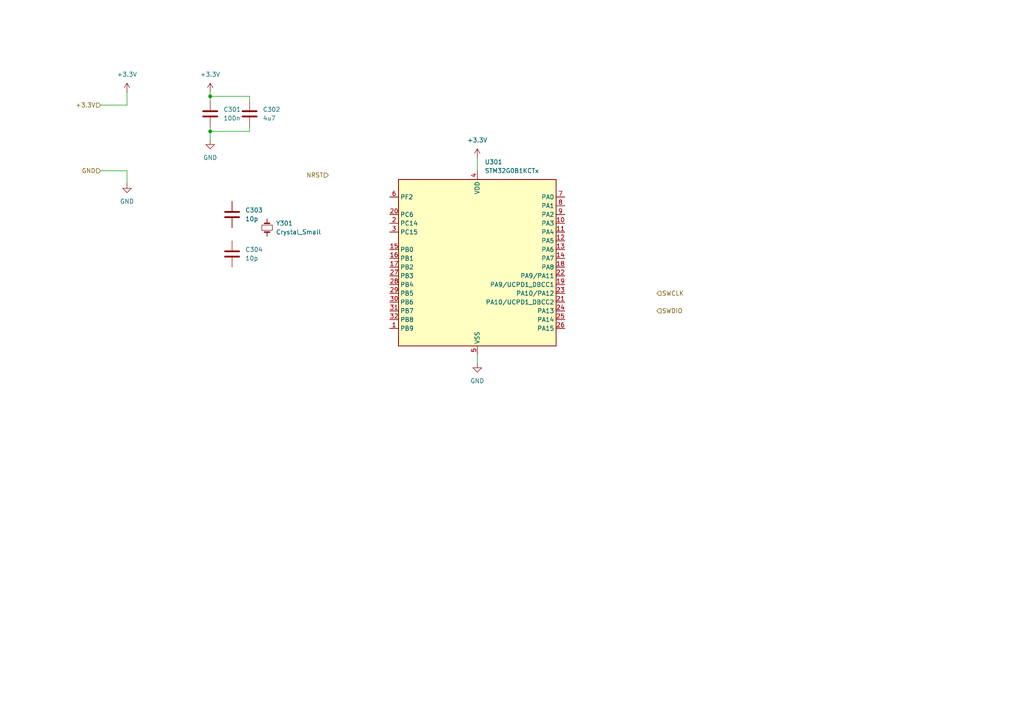
<source format=kicad_sch>
(kicad_sch (version 20250114) (generator "eeschema") (generator_version "9.0")
  (paper "A4")
  (lib_symbols
    (symbol "Device:C" (pin_numbers (hide yes)) (pin_names (offset 0.254))
      (property "Reference" "C" (at 0.635 2.54 0))
      (property "Value" "C" (at 0.635 -2.54 0))
      (symbol "C_0_1"
        (polyline (pts (xy -2.032 0.762) (xy 2.032 0.762)) (stroke (width 0.508)))
        (polyline (pts (xy -2.032 -0.762) (xy 2.032 -0.762)) (stroke (width 0.508)))
      )
      (symbol "C_1_1"
        (pin passive line (at 0 3.81 270) (length 2.794) (name "~") (number "1"))
        (pin passive line (at 0 -3.81 90) (length 2.794) (name "~") (number "2"))
      )
    )
    (symbol "Device:Crystal_Small" (pin_numbers (hide yes)) (pin_names (offset 1.016) (hide yes))
      (property "Reference" "Y" (at 0 2.54 0))
      (property "Value" "Crystal_Small" (at 0 -2.54 0))
      (symbol "Crystal_Small_0_1"
        (polyline (pts (xy -1.27 -0.762) (xy -1.27 0.762)) (stroke (width 0.381)))
        (rectangle (start -0.762 -1.524) (end 0.762 1.524))
        (polyline (pts (xy 1.27 -0.762) (xy 1.27 0.762)) (stroke (width 0.381)))
      )
      (symbol "Crystal_Small_1_1"
        (pin passive line (at -2.54 0 0) (length 1.27) (name "1") (number "1"))
        (pin passive line (at 2.54 0 180) (length 1.27) (name "2") (number "2"))
      )
    )
    (symbol "MCU_ST_STM32G0:STM32G0B1KCTx"
      (property "Reference" "U" (at -22.86 26.67 0))
      (property "Value" "STM32G0B1KCTx" (at 2.54 26.67 0))
      (symbol "STM32G0B1KCTx_0_1"
        (rectangle (start -22.86 -22.86) (end 22.86 25.4) (stroke (width 0.254)) (fill (type background)))
      )
      (symbol "STM32G0B1KCTx_1_1"
        (pin bidirectional line (at -25.4 20.32 0) (length 2.54) (name "PF2") (number "6"))
        (pin bidirectional line (at -25.4 15.24 0) (length 2.54) (name "PC6") (number "20"))
        (pin bidirectional line (at -25.4 12.7 0) (length 2.54) (name "PC14") (number "2"))
        (pin bidirectional line (at -25.4 10.16 0) (length 2.54) (name "PC15") (number "3"))
        (pin bidirectional line (at -25.4 5.08 0) (length 2.54) (name "PB0") (number "15"))
        (pin bidirectional line (at -25.4 2.54 0) (length 2.54) (name "PB1") (number "16"))
        (pin bidirectional line (at -25.4 0 0) (length 2.54) (name "PB2") (number "17"))
        (pin bidirectional line (at -25.4 -2.54 0) (length 2.54) (name "PB3") (number "27"))
        (pin bidirectional line (at -25.4 -5.08 0) (length 2.54) (name "PB4") (number "28"))
        (pin bidirectional line (at -25.4 -7.62 0) (length 2.54) (name "PB5") (number "29"))
        (pin bidirectional line (at -25.4 -10.16 0) (length 2.54) (name "PB6") (number "30"))
        (pin bidirectional line (at -25.4 -12.7 0) (length 2.54) (name "PB7") (number "31"))
        (pin bidirectional line (at -25.4 -15.24 0) (length 2.54) (name "PB8") (number "32"))
        (pin bidirectional line (at -25.4 -17.78 0) (length 2.54) (name "PB9") (number "1"))
        (pin power_in line (at 0 27.94 270) (length 2.54) (name "VDD") (number "4"))
        (pin power_in line (at 0 -25.4 90) (length 2.54) (name "VSS") (number "5"))
        (pin bidirectional line (at 25.4 20.32 180) (length 2.54) (name "PA0") (number "7"))
        (pin bidirectional line (at 25.4 17.78 180) (length 2.54) (name "PA1") (number "8"))
        (pin bidirectional line (at 25.4 15.24 180) (length 2.54) (name "PA2") (number "9"))
        (pin bidirectional line (at 25.4 12.7 180) (length 2.54) (name "PA3") (number "10"))
        (pin bidirectional line (at 25.4 10.16 180) (length 2.54) (name "PA4") (number "11"))
        (pin bidirectional line (at 25.4 7.62 180) (length 2.54) (name "PA5") (number "12"))
        (pin bidirectional line (at 25.4 5.08 180) (length 2.54) (name "PA6") (number "13"))
        (pin bidirectional line (at 25.4 2.54 180) (length 2.54) (name "PA7") (number "14"))
        (pin bidirectional line (at 25.4 0 180) (length 2.54) (name "PA8") (number "18"))
        (pin bidirectional line (at 25.4 -2.54 180) (length 2.54) (name "PA9/PA11") (number "22"))
        (pin bidirectional line (at 25.4 -5.08 180) (length 2.54) (name "PA9/UCPD1_DBCC1") (number "19"))
        (pin bidirectional line (at 25.4 -7.62 180) (length 2.54) (name "PA10/PA12") (number "23"))
        (pin bidirectional line (at 25.4 -10.16 180) (length 2.54) (name "PA10/UCPD1_DBCC2") (number "21"))
        (pin bidirectional line (at 25.4 -12.7 180) (length 2.54) (name "PA13") (number "24"))
        (pin bidirectional line (at 25.4 -15.24 180) (length 2.54) (name "PA14") (number "25"))
        (pin bidirectional line (at 25.4 -17.78 180) (length 2.54) (name "PA15") (number "26"))
      )
    )
    (symbol "power:+3.3V" (power) (pin_numbers (hide yes)) (pin_names (offset 0) (hide yes))
      (property "Value" "+3.3V" (at 0 3.556 0))
      (symbol "+3.3V_0_1"
        (polyline (pts (xy -0.762 1.27) (xy 0 2.54)))
        (polyline (pts (xy 0 2.54) (xy 0.762 1.27)))
        (polyline (pts (xy 0 0) (xy 0 2.54)))
      )
      (symbol "+3.3V_1_1"
        (pin power_in line (at 0 0 90) (length 0) (name "~") (number "1"))
      )
    )
    (symbol "power:GND" (power) (pin_numbers (hide yes)) (pin_names (offset 0) (hide yes))
      (property "Value" "GND" (at 0 -3.81 0))
      (symbol "GND_0_1"
        (polyline (pts (xy 0 0) (xy 0 -1.27) (xy 1.27 -1.27) (xy 0 -2.54) (xy -1.27 -1.27) (xy 0 -1.27)))
      )
      (symbol "GND_1_1"
        (pin power_in line (at 0 0 270) (length 0) (name "~") (number "1"))
      )
    )
  )
  (junction (at 60.96 27.94))
  (junction (at 60.96 38.1))
  (wire (pts (xy 72.39 38.1) (xy 60.96 38.1)))
  (wire (pts (xy 60.96 27.94) (xy 60.96 29.21)))
  (wire (pts (xy 60.96 38.1) (xy 60.96 40.64)))
  (wire (pts (xy 60.96 36.83) (xy 60.96 38.1)))
  (wire (pts (xy 72.39 29.21) (xy 72.39 27.94)))
  (wire (pts (xy 36.83 30.48) (xy 36.83 26.67)))
  (wire (pts (xy 36.83 49.53) (xy 36.83 53.34)))
  (wire (pts (xy 72.39 36.83) (xy 72.39 38.1)))
  (wire (pts (xy 138.43 45.72) (xy 138.43 49.53)))
  (wire (pts (xy 60.96 26.67) (xy 60.96 27.94)))
  (wire (pts (xy 138.43 102.87) (xy 138.43 105.41)))
  (wire (pts (xy 29.21 30.48) (xy 36.83 30.48)))
  (wire (pts (xy 29.21 49.53) (xy 36.83 49.53)))
  (wire (pts (xy 72.39 27.94) (xy 60.96 27.94)))
  (hierarchical_label "+3.3V" (shape input) (at 29.21 30.48 180))
  (hierarchical_label "SWDIO" (shape input) (at 190.5 90.17 0))
  (hierarchical_label "GND" (shape input) (at 29.21 49.53 180))
  (hierarchical_label "SWCLK" (shape input) (at 190.5 85.09 0))
  (hierarchical_label "NRST" (shape input) (at 95.25 50.8 180))
  (symbol (lib_id "Device:Crystal_Small") (at 77.47 66.04 90) (unit 1)
    (property "Reference" "Y301" (at 80.01 64.7699 90) (effects (justify right)))
    (property "Value" "Crystal_Small" (at 80.01 67.3099 90) (effects (justify right)))
    (property "Description" "Two pin crystal, small symbol" (effects (hide yes)))
  )
  (symbol (lib_id "Device:C") (at 72.39 33.02 0) (unit 1)
    (property "Reference" "C302" (at 76.2 31.7499 0) (effects (justify left)))
    (property "Value" "4u7" (at 76.2 34.2899 0) (effects (justify left)))
    (property "Footprint" "Capacitor_SMD:C_0603_1608Metric" (effects (hide yes)))
    (property "Description" "Unpolarized capacitor" (effects (hide yes)))
  )
  (symbol (lib_id "power:GND") (at 36.83 53.34 0) (unit 1)
    (property "Reference" "#PWR0301" (effects (hide yes)))
    (property "Value" "GND" (at 36.83 58.42 0))
    (property "Description" "Power symbol creates a global label with name \"GND\" , ground" (effects (hide yes)))
  )
  (symbol (lib_id "power:+3.3V") (at 138.43 45.72 0) (unit 1)
    (property "Reference" "#PWR0303" (effects (hide yes)))
    (property "Value" "+3.3V" (at 138.43 40.64 0))
    (property "Description" "Power symbol creates a global label with name \"+3.3V\"" (effects (hide yes)))
  )
  (symbol (lib_id "power:+3.3V") (at 60.96 26.67 0) (unit 1)
    (property "Reference" "#PWR0305" (effects (hide yes)))
    (property "Value" "+3.3V" (at 60.96 21.59 0))
    (property "Description" "Power symbol creates a global label with name \"+3.3V\"" (effects (hide yes)))
  )
  (symbol (lib_id "Device:C") (at 67.31 73.66 0) (unit 1)
    (property "Reference" "C304" (at 71.12 72.3899 0) (effects (justify left)))
    (property "Value" "10p" (at 71.12 74.9299 0) (effects (justify left)))
    (property "Footprint" "Capacitor_SMD:C_0603_1608Metric" (effects (hide yes)))
    (property "Description" "Unpolarized capacitor" (effects (hide yes)))
  )
  (symbol (lib_id "Device:C") (at 67.31 62.23 0) (unit 1)
    (property "Reference" "C303" (at 71.12 60.9599 0) (effects (justify left)))
    (property "Value" "10p" (at 71.12 63.4999 0) (effects (justify left)))
    (property "Footprint" "Capacitor_SMD:C_0603_1608Metric" (effects (hide yes)))
    (property "Description" "Unpolarized capacitor" (effects (hide yes)))
  )
  (symbol (lib_id "power:GND") (at 138.43 105.41 0) (unit 1)
    (property "Reference" "#PWR0304" (effects (hide yes)))
    (property "Value" "GND" (at 138.43 110.49 0))
    (property "Description" "Power symbol creates a global label with name \"GND\" , ground" (effects (hide yes)))
  )
  (symbol (lib_id "Device:C") (at 60.96 33.02 0) (unit 1)
    (property "Reference" "C301" (at 64.77 31.7499 0) (effects (justify left)))
    (property "Value" "100n" (at 64.77 34.2899 0) (effects (justify left)))
    (property "Footprint" "Capacitor_SMD:C_0603_1608Metric" (effects (hide yes)))
    (property "Description" "Unpolarized capacitor" (effects (hide yes)))
  )
  (symbol (lib_id "MCU_ST_STM32G0:STM32G0B1KCTx") (at 138.43 77.47 0) (unit 1)
    (property "Reference" "U301" (at 140.5733 46.99 0) (effects (justify left)))
    (property "Value" "STM32G0B1KCTx" (at 140.5733 49.53 0) (effects (justify left)))
    (property "Footprint" "Package_QFP:LQFP-32_7x7mm_P0.8mm" (effects (hide yes)))
    (property "Datasheet" "https://www.st.com/resource/en/datasheet/stm32g0b1kc.pdf" (effects (hide yes)))
    (property "Description" "STMicroelectronics Arm Cortex-M0+ MCU, 256KB flash, 144KB RAM, 64 MHz, 1.7-3.6V, 30 GPIO, LQFP32" (effects (hide yes)))
  )
  (symbol (lib_id "power:GND") (at 60.96 40.64 0) (unit 1)
    (property "Reference" "#PWR0306" (effects (hide yes)))
    (property "Value" "GND" (at 60.96 45.72 0))
    (property "Description" "Power symbol creates a global label with name \"GND\" , ground" (effects (hide yes)))
  )
  (symbol (lib_id "power:+3.3V") (at 36.83 26.67 0) (unit 1)
    (property "Reference" "#PWR0302" (effects (hide yes)))
    (property "Value" "+3.3V" (at 36.83 21.59 0))
    (property "Description" "Power symbol creates a global label with name \"+3.3V\"" (effects (hide yes)))
  )
)
</source>
